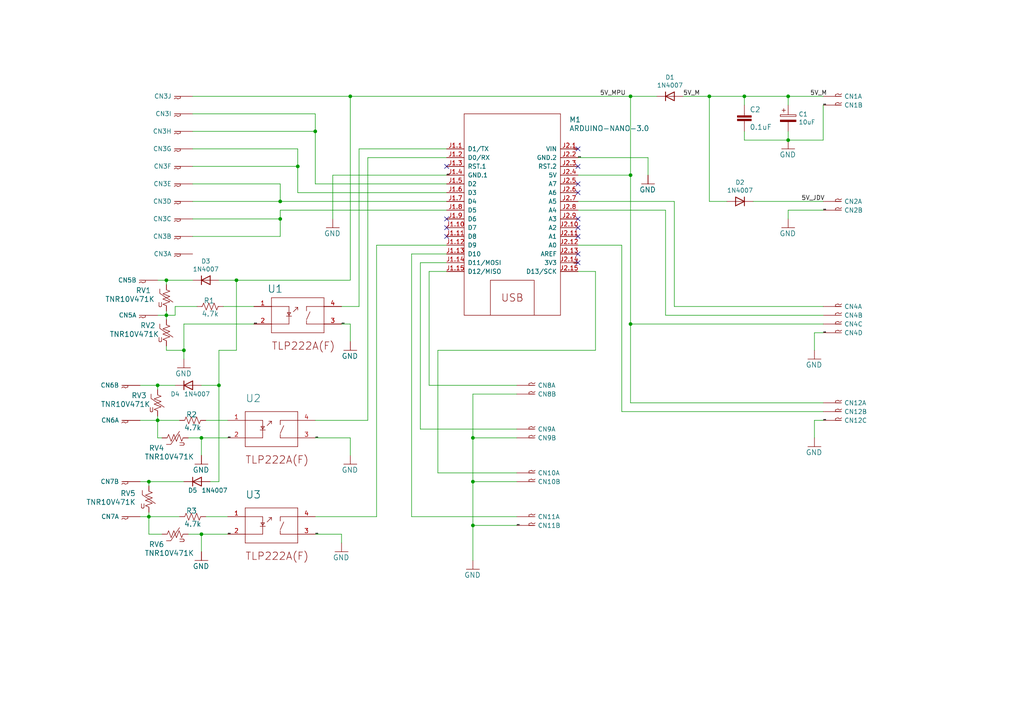
<source format=kicad_sch>
(kicad_sch (version 20230121) (generator eeschema)
  (paper "A4")
  (title_block (title "M400-K2005111") (date "2020-06-26") (rev "001") (company "HOLLY&Co.,Ltd.") (comment 1 "Designer: Masafumi Horimoto"))
  (lib_symbols
    (symbol "001-eagle-import:02-JST-A" (pin_names (offset 1.016))
      (symbol "02-JST-A_1_0"
        (polyline (pts (xy -1.524 0) (xy -1.524 0.508)))
        (polyline (pts (xy -1.524 0.508) (xy -0.762 0.762)))
        (polyline (pts (xy -0.762 0.762) (xy -0.508 0.508)))
        (polyline (pts (xy -0.508 0.508) (xy 0 0.508)))
        (polyline (pts (xy 0 0.508) (xy 0.254 0.762)))
        (polyline (pts (xy 0.254 0) (xy -1.524 0)))
        (pin passive line (at -5.08 0 0) (length 5.08) (name "1") (number "P$1"))
      )
      (symbol "02-JST-A_2_0"
        (polyline (pts (xy -1.524 0) (xy -1.524 0.508)))
        (polyline (pts (xy -1.524 0.508) (xy -0.762 0.762)))
        (polyline (pts (xy -0.762 0.762) (xy -0.508 0.508)))
        (polyline (pts (xy -0.508 0.508) (xy 0 0.508)))
        (polyline (pts (xy 0 0.508) (xy 0.254 0.762)))
        (polyline (pts (xy 0.254 0) (xy -1.524 0)))
        (pin passive line (at -5.08 0 0) (length 5.08) (name "1") (number "P$2"))
      )
    )
    (symbol "001-eagle-import:03-JST-A" (pin_names (offset 1.016))
      (symbol "03-JST-A_1_0"
        (polyline (pts (xy -1.524 0) (xy -1.524 0.508)))
        (polyline (pts (xy -1.524 0.508) (xy -0.762 0.762)))
        (polyline (pts (xy -0.762 0.762) (xy -0.508 0.508)))
        (polyline (pts (xy -0.508 0.508) (xy 0 0.508)))
        (polyline (pts (xy 0 0.508) (xy 0.254 0.762)))
        (polyline (pts (xy 0.254 0) (xy -1.524 0)))
        (pin passive line (at -5.08 0 0) (length 5.08) (name "1") (number "P$1"))
      )
      (symbol "03-JST-A_2_0"
        (polyline (pts (xy -1.524 0) (xy -1.524 0.508)))
        (polyline (pts (xy -1.524 0.508) (xy -0.762 0.762)))
        (polyline (pts (xy -0.762 0.762) (xy -0.508 0.508)))
        (polyline (pts (xy -0.508 0.508) (xy 0 0.508)))
        (polyline (pts (xy 0 0.508) (xy 0.254 0.762)))
        (polyline (pts (xy 0.254 0) (xy -1.524 0)))
        (pin passive line (at -5.08 0 0) (length 5.08) (name "1") (number "P$2"))
      )
      (symbol "03-JST-A_3_0"
        (polyline (pts (xy -1.524 0) (xy -1.524 0.508)))
        (polyline (pts (xy -1.524 0.508) (xy -0.762 0.762)))
        (polyline (pts (xy -0.762 0.762) (xy -0.508 0.508)))
        (polyline (pts (xy -0.508 0.508) (xy 0 0.508)))
        (polyline (pts (xy 0 0.508) (xy 0.254 0.762)))
        (polyline (pts (xy 0.254 0) (xy -1.524 0)))
        (pin passive line (at -5.08 0 0) (length 5.08) (name "1") (number "P$3"))
      )
    )
    (symbol "001-eagle-import:04-JST-A" (pin_names (offset 1.016))
      (symbol "04-JST-A_1_0"
        (polyline (pts (xy -1.524 0) (xy -1.524 0.508)))
        (polyline (pts (xy -1.524 0.508) (xy -0.762 0.762)))
        (polyline (pts (xy -0.762 0.762) (xy -0.508 0.508)))
        (polyline (pts (xy -0.508 0.508) (xy 0 0.508)))
        (polyline (pts (xy 0 0.508) (xy 0.254 0.762)))
        (polyline (pts (xy 0.254 0) (xy -1.524 0)))
        (pin passive line (at -5.08 0 0) (length 5.08) (name "1") (number "P$1"))
      )
      (symbol "04-JST-A_2_0"
        (polyline (pts (xy -1.524 0) (xy -1.524 0.508)))
        (polyline (pts (xy -1.524 0.508) (xy -0.762 0.762)))
        (polyline (pts (xy -0.762 0.762) (xy -0.508 0.508)))
        (polyline (pts (xy -0.508 0.508) (xy 0 0.508)))
        (polyline (pts (xy 0 0.508) (xy 0.254 0.762)))
        (polyline (pts (xy 0.254 0) (xy -1.524 0)))
        (pin passive line (at -5.08 0 0) (length 5.08) (name "1") (number "P$2"))
      )
      (symbol "04-JST-A_3_0"
        (polyline (pts (xy -1.524 0) (xy -1.524 0.508)))
        (polyline (pts (xy -1.524 0.508) (xy -0.762 0.762)))
        (polyline (pts (xy -0.762 0.762) (xy -0.508 0.508)))
        (polyline (pts (xy -0.508 0.508) (xy 0 0.508)))
        (polyline (pts (xy 0 0.508) (xy 0.254 0.762)))
        (polyline (pts (xy 0.254 0) (xy -1.524 0)))
        (pin passive line (at -5.08 0 0) (length 5.08) (name "1") (number "P$3"))
      )
      (symbol "04-JST-A_4_0"
        (polyline (pts (xy -1.524 0) (xy -1.524 0.508)))
        (polyline (pts (xy -1.524 0.508) (xy -0.762 0.762)))
        (polyline (pts (xy -0.762 0.762) (xy -0.508 0.508)))
        (polyline (pts (xy -0.508 0.508) (xy 0 0.508)))
        (polyline (pts (xy 0 0.508) (xy 0.254 0.762)))
        (polyline (pts (xy 0.254 0) (xy -1.524 0)))
        (pin passive line (at -5.08 0 0) (length 5.08) (name "1") (number "P$4"))
      )
    )
    (symbol "001-eagle-import:10-JST-A" (pin_names (offset 1.016))
      (symbol "10-JST-A_1_0"
        (polyline (pts (xy -1.524 0) (xy -1.524 0.508)))
        (polyline (pts (xy -1.524 0.508) (xy -0.762 0.762)))
        (polyline (pts (xy -0.762 0.762) (xy -0.508 0.508)))
        (polyline (pts (xy -0.508 0.508) (xy 0 0.508)))
        (polyline (pts (xy 0 0.508) (xy 0.254 0.762)))
        (polyline (pts (xy 0.254 0) (xy -1.524 0)))
        (pin passive line (at -5.08 0 0) (length 5.08) (name "1") (number "P$1"))
      )
      (symbol "10-JST-A_2_0"
        (polyline (pts (xy -1.524 0) (xy -1.524 0.508)))
        (polyline (pts (xy -1.524 0.508) (xy -0.762 0.762)))
        (polyline (pts (xy -0.762 0.762) (xy -0.508 0.508)))
        (polyline (pts (xy -0.508 0.508) (xy 0 0.508)))
        (polyline (pts (xy 0 0.508) (xy 0.254 0.762)))
        (polyline (pts (xy 0.254 0) (xy -1.524 0)))
        (pin passive line (at -5.08 0 0) (length 5.08) (name "1") (number "P$2"))
      )
      (symbol "10-JST-A_3_0"
        (polyline (pts (xy -1.524 0) (xy -1.524 0.508)))
        (polyline (pts (xy -1.524 0.508) (xy -0.762 0.762)))
        (polyline (pts (xy -0.762 0.762) (xy -0.508 0.508)))
        (polyline (pts (xy -0.508 0.508) (xy 0 0.508)))
        (polyline (pts (xy 0 0.508) (xy 0.254 0.762)))
        (polyline (pts (xy 0.254 0) (xy -1.524 0)))
        (pin passive line (at -5.08 0 0) (length 5.08) (name "1") (number "P$3"))
      )
      (symbol "10-JST-A_4_0"
        (polyline (pts (xy -1.524 0) (xy -1.524 0.508)))
        (polyline (pts (xy -1.524 0.508) (xy -0.762 0.762)))
        (polyline (pts (xy -0.762 0.762) (xy -0.508 0.508)))
        (polyline (pts (xy -0.508 0.508) (xy 0 0.508)))
        (polyline (pts (xy 0 0.508) (xy 0.254 0.762)))
        (polyline (pts (xy 0.254 0) (xy -1.524 0)))
        (pin passive line (at -5.08 0 0) (length 5.08) (name "1") (number "P$4"))
      )
      (symbol "10-JST-A_5_0"
        (polyline (pts (xy -1.524 0) (xy -1.524 0.508)))
        (polyline (pts (xy -1.524 0.508) (xy -0.762 0.762)))
        (polyline (pts (xy -0.762 0.762) (xy -0.508 0.508)))
        (polyline (pts (xy -0.508 0.508) (xy 0 0.508)))
        (polyline (pts (xy 0 0.508) (xy 0.254 0.762)))
        (polyline (pts (xy 0.254 0) (xy -1.524 0)))
        (pin passive line (at -5.08 0 0) (length 5.08) (name "1") (number "P$5"))
      )
      (symbol "10-JST-A_6_0"
        (polyline (pts (xy -1.524 0) (xy -1.524 0.508)))
        (polyline (pts (xy -1.524 0.508) (xy -0.762 0.762)))
        (polyline (pts (xy -0.762 0.762) (xy -0.508 0.508)))
        (polyline (pts (xy -0.508 0.508) (xy 0 0.508)))
        (polyline (pts (xy 0 0.508) (xy 0.254 0.762)))
        (polyline (pts (xy 0.254 0) (xy -1.524 0)))
        (pin passive line (at -5.08 0 0) (length 5.08) (name "1") (number "P$6"))
      )
      (symbol "10-JST-A_7_0"
        (polyline (pts (xy -1.524 0) (xy -1.524 0.508)))
        (polyline (pts (xy -1.524 0.508) (xy -0.762 0.762)))
        (polyline (pts (xy -0.762 0.762) (xy -0.508 0.508)))
        (polyline (pts (xy -0.508 0.508) (xy 0 0.508)))
        (polyline (pts (xy 0 0.508) (xy 0.254 0.762)))
        (polyline (pts (xy 0.254 0) (xy -1.524 0)))
        (pin passive line (at -5.08 0 0) (length 5.08) (name "1") (number "P$7"))
      )
      (symbol "10-JST-A_8_0"
        (polyline (pts (xy -1.524 0) (xy -1.524 0.508)))
        (polyline (pts (xy -1.524 0.508) (xy -0.762 0.762)))
        (polyline (pts (xy -0.762 0.762) (xy -0.508 0.508)))
        (polyline (pts (xy -0.508 0.508) (xy 0 0.508)))
        (polyline (pts (xy 0 0.508) (xy 0.254 0.762)))
        (polyline (pts (xy 0.254 0) (xy -1.524 0)))
        (pin passive line (at -5.08 0 0) (length 5.08) (name "1") (number "P$8"))
      )
      (symbol "10-JST-A_9_0"
        (polyline (pts (xy -1.524 0) (xy -1.524 0.508)))
        (polyline (pts (xy -1.524 0.508) (xy -0.762 0.762)))
        (polyline (pts (xy -0.762 0.762) (xy -0.508 0.508)))
        (polyline (pts (xy -0.508 0.508) (xy 0 0.508)))
        (polyline (pts (xy 0 0.508) (xy 0.254 0.762)))
        (polyline (pts (xy 0.254 0) (xy -1.524 0)))
        (pin passive line (at -5.08 0 0) (length 5.08) (name "1") (number "P$9"))
      )
      (symbol "10-JST-A_10_0"
        (polyline (pts (xy -1.524 0) (xy -1.524 0.508)))
        (polyline (pts (xy -1.524 0.508) (xy -0.762 0.762)))
        (polyline (pts (xy -0.762 0.762) (xy -0.508 0.508)))
        (polyline (pts (xy -0.508 0.508) (xy 0 0.508)))
        (polyline (pts (xy 0 0.508) (xy 0.254 0.762)))
        (polyline (pts (xy 0.254 0) (xy -1.524 0)))
        (pin passive line (at -5.08 0 0) (length 5.08) (name "1") (number "P$10"))
      )
    )
    (symbol "001-eagle-import:ARDUINO-NANO-3.0" (pin_names (offset 1.016))
      (property "Reference" "M" (at 15.24 25.4 0))
      (property "Value" "ARDUINO-NANO-3.0" (at 15.24 22.86 0))
      (symbol "ARDUINO-NANO-3.0_1_0"
        (polyline (pts (xy -15.24 -30.48) (xy -15.24 27.94)))
        (polyline (pts (xy -15.24 27.94) (xy 12.7 27.94)))
        (polyline (pts (xy -7.62 -30.48) (xy -15.24 -30.48)))
        (polyline (pts (xy -7.62 -30.48) (xy -7.62 -20.32)))
        (polyline (pts (xy -7.62 -20.32) (xy 5.08 -20.32)))
        (polyline (pts (xy 5.08 -30.48) (xy -7.62 -30.48)))
        (polyline (pts (xy 5.08 -20.32) (xy 5.08 -30.48)))
        (polyline (pts (xy 12.7 -30.48) (xy 5.08 -30.48)))
        (polyline (pts (xy 12.7 27.94) (xy 12.7 -30.48)))
        (text "USB" (at -1.27 -25.4 0) (effects (font (size 2.159 2.159))))
        (pin bidirectional line (at -20.32 17.78 0) (length 5.08) (name "D1/TX") (number "J1.1"))
        (pin bidirectional line (at -20.32 -5.08 0) (length 5.08) (name "D7") (number "J1.10"))
        (pin bidirectional line (at -20.32 -7.62 0) (length 5.08) (name "D8") (number "J1.11"))
        (pin bidirectional line (at -20.32 -10.16 0) (length 5.08) (name "D9") (number "J1.12"))
        (pin bidirectional line (at -20.32 -12.7 0) (length 5.08) (name "D10") (number "J1.13"))
        (pin bidirectional line (at -20.32 -15.24 0) (length 5.08) (name "D11/MOSI") (number "J1.14"))
        (pin bidirectional line (at -20.32 -17.78 0) (length 5.08) (name "D12/MISO") (number "J1.15"))
        (pin bidirectional line (at -20.32 15.24 0) (length 5.08) (name "D0/RX") (number "J1.2"))
        (pin bidirectional line (at -20.32 12.7 0) (length 5.08) (name "RST.1") (number "J1.3"))
        (pin power_in line (at -20.32 10.16 0) (length 5.08) (name "GND.1") (number "J1.4"))
        (pin bidirectional line (at -20.32 7.62 0) (length 5.08) (name "D2") (number "J1.5"))
        (pin bidirectional line (at -20.32 5.08 0) (length 5.08) (name "D3") (number "J1.6"))
        (pin bidirectional line (at -20.32 2.54 0) (length 5.08) (name "D4") (number "J1.7"))
        (pin bidirectional line (at -20.32 0 0) (length 5.08) (name "D5") (number "J1.8"))
        (pin bidirectional line (at -20.32 -2.54 0) (length 5.08) (name "D6") (number "J1.9"))
        (pin power_in line (at 17.78 17.78 180) (length 5.08) (name "VIN") (number "J2.1"))
        (pin bidirectional line (at 17.78 -5.08 180) (length 5.08) (name "A2") (number "J2.10"))
        (pin bidirectional line (at 17.78 -7.62 180) (length 5.08) (name "A1") (number "J2.11"))
        (pin bidirectional line (at 17.78 -10.16 180) (length 5.08) (name "A0") (number "J2.12"))
        (pin bidirectional line (at 17.78 -12.7 180) (length 5.08) (name "AREF") (number "J2.13"))
        (pin power_in line (at 17.78 -15.24 180) (length 5.08) (name "3V3") (number "J2.14"))
        (pin bidirectional line (at 17.78 -17.78 180) (length 5.08) (name "D13/SCK") (number "J2.15"))
        (pin power_in line (at 17.78 15.24 180) (length 5.08) (name "GND.2") (number "J2.2"))
        (pin bidirectional line (at 17.78 12.7 180) (length 5.08) (name "RST.2") (number "J2.3"))
        (pin power_in line (at 17.78 10.16 180) (length 5.08) (name "5V") (number "J2.4"))
        (pin bidirectional line (at 17.78 7.62 180) (length 5.08) (name "A7") (number "J2.5"))
        (pin bidirectional line (at 17.78 5.08 180) (length 5.08) (name "A6") (number "J2.6"))
        (pin bidirectional line (at 17.78 2.54 180) (length 5.08) (name "A5") (number "J2.7"))
        (pin bidirectional line (at 17.78 0 180) (length 5.08) (name "A4") (number "J2.8"))
        (pin bidirectional line (at 17.78 -2.54 180) (length 5.08) (name "A3") (number "J2.9"))
      )
    )
    (symbol "001-eagle-import:C-EU025-025X050" (pin_names (offset 1.016))
      (property "Reference" "C" (at 1.524 0.381 0))
      (property "Value" "C-EU025-025X050" (at 1.524 -4.699 0))
      (symbol "C-EU025-025X050_1_0"
        (rectangle (start -2.032 -2.032) (end 2.032 -1.524) (fill (type outline)))
        (rectangle (start -2.032 -1.016) (end 2.032 -0.508) (fill (type outline)))
        (polyline (pts (xy 0 -2.54) (xy 0 -2.032)))
        (polyline (pts (xy 0 0) (xy 0 -0.508)))
        (pin passive line (at 0 2.54 270) (length 2.54) (name "1") (number "1"))
        (pin passive line (at 0 -5.08 90) (length 2.54) (name "2") (number "2"))
      )
    )
    (symbol "001-eagle-import:GND" (power) (pin_names (offset 1.016))
      (property "Value" "GND" (at -2.54 -2.54 0))
      (symbol "GND_1_0"
        (polyline (pts (xy -1.905 0) (xy 1.905 0)))
        (pin power_in line (at 0 2.54 270) (length 2.54) (name "GND") (number "1"))
      )
    )
    (symbol "001-eagle-import:TOSHIBA_TLP222A_F_SIMPLE" (pin_names (offset 1.016))
      (symbol "TOSHIBA_TLP222A_F_SIMPLE_1_0"
        (polyline (pts (xy -17.78 -12.7) (xy -17.78 -2.54)))
        (polyline (pts (xy -17.78 -2.54) (xy -2.54 -2.54)))
        (polyline (pts (xy -13.462 -7.874) (xy -11.938 -7.874)))
        (polyline (pts (xy -13.208 -6.858) (xy -12.7 -7.62)))
        (polyline (pts (xy -12.7 -10.16) (xy -17.78 -10.16)))
        (polyline (pts (xy -12.7 -7.62) (xy -12.192 -6.858)))
        (polyline (pts (xy -12.7 -5.08) (xy -17.78 -5.08)))
        (polyline (pts (xy -12.7 -5.08) (xy -12.7 -10.16)))
        (polyline (pts (xy -12.192 -6.858) (xy -13.208 -6.858)))
        (polyline (pts (xy -11.43 -6.604) (xy -10.16 -5.334)))
        (polyline (pts (xy -10.16 -5.334) (xy -10.922 -5.334)))
        (polyline (pts (xy -10.16 -5.334) (xy -10.16 -6.096)))
        (polyline (pts (xy -7.62 -10.16) (xy -2.54 -10.16)))
        (polyline (pts (xy -7.62 -9.144) (xy -7.62 -10.16)))
        (polyline (pts (xy -7.62 -5.08) (xy -7.62 -6.35)))
        (polyline (pts (xy -7.62 -5.08) (xy -2.54 -5.08)))
        (polyline (pts (xy -6.604 -6.604) (xy -7.62 -8.89)))
        (polyline (pts (xy -2.54 -12.7) (xy -17.78 -12.7)))
        (polyline (pts (xy -2.54 -5.08) (xy -2.54 -12.7)))
        (polyline (pts (xy -2.54 -2.54) (xy -2.54 -5.08)))
        (text "TLP222A(F)" (at -17.78 -15.24 0) (effects (font (size 2.159 2.159)) (justify left top)))
        (pin bidirectional line (at -22.86 -5.08 0) (length 5.08) (name "ANODE") (number "1"))
        (pin bidirectional line (at -22.86 -10.16 0) (length 5.08) (name "CATHODE") (number "2"))
        (pin bidirectional line (at 2.54 -10.16 180) (length 5.08) (name "1_DRAIN") (number "3"))
        (pin bidirectional line (at 2.54 -5.08 180) (length 5.08) (name "2_DRAIN") (number "4"))
      )
    )
    (symbol "001-rescue:CP-Device" (pin_numbers hide) (pin_names (offset 0.254))
      (property "Reference" "C" (at 0.635 2.54 0))
      (property "Value" "Device_CP" (at 0.635 -2.54 0))
      (symbol "CP-Device_0_1"
        (rectangle (start -2.286 0.508) (end 2.286 1.016))
        (polyline (pts (xy -1.778 2.286) (xy -0.762 2.286)))
        (polyline (pts (xy -1.27 2.794) (xy -1.27 1.778)))
        (rectangle (start 2.286 -0.508) (end -2.286 -1.016) (fill (type outline)))
      )
      (symbol "CP-Device_1_1"
        (pin passive line (at 0 3.81 270) (length 2.794) (name "~") (number "1"))
        (pin passive line (at 0 -3.81 90) (length 2.794) (name "~") (number "2"))
      )
    )
    (symbol "Device:R_US" (pin_numbers hide) (pin_names (offset 0))
      (property "Reference" "R" (at 2.54 0 90))
      (property "Value" "R_US" (at -2.54 0 90))
      (symbol "R_US_0_1"
        (polyline (pts (xy 0 -2.286) (xy 0 -2.54)))
        (polyline (pts (xy 0 2.286) (xy 0 2.54)))
        (polyline (pts (xy 0 -0.762) (xy 1.016 -1.143) (xy 0 -1.524) (xy -1.016 -1.905) (xy 0 -2.286)))
        (polyline (pts (xy 0 0.762) (xy 1.016 0.381) (xy 0 0) (xy -1.016 -0.381) (xy 0 -0.762)))
        (polyline (pts (xy 0 2.286) (xy 1.016 1.905) (xy 0 1.524) (xy -1.016 1.143) (xy 0 0.762)))
      )
      (symbol "R_US_1_1"
        (pin passive line (at 0 3.81 270) (length 1.27) (name "~") (number "1"))
        (pin passive line (at 0 -3.81 90) (length 1.27) (name "~") (number "2"))
      )
    )
    (symbol "Device:Varistor_US" (pin_numbers hide) (pin_names (offset 0))
      (property "Reference" "RV" (at 3.175 0 90))
      (property "Value" "Varistor_US" (at -3.175 0 90))
      (symbol "Varistor_US_0_0"
        (text "U" (at -1.778 -2.032 0) (effects (font (size 1.27 1.27))))
      )
      (symbol "Varistor_US_0_1"
        (polyline (pts (xy 0 -2.286) (xy 0 -2.54)))
        (polyline (pts (xy 0 2.286) (xy 0 2.54)))
        (polyline (pts (xy -1.905 2.54) (xy -1.905 1.27) (xy 1.905 -1.27)))
        (polyline (pts (xy 0 -0.762) (xy 1.016 -1.143) (xy 0 -1.524) (xy -1.016 -1.905) (xy 0 -2.286)))
        (polyline (pts (xy 0 0.762) (xy 1.016 0.381) (xy 0 0) (xy -1.016 -0.381) (xy 0 -0.762)))
        (polyline (pts (xy 0 2.286) (xy 1.016 1.905) (xy 0 1.524) (xy -1.016 1.143) (xy 0 0.762)))
      )
      (symbol "Varistor_US_1_1"
        (pin passive line (at 0 3.81 270) (length 1.27) (name "~") (number "1"))
        (pin passive line (at 0 -3.81 90) (length 1.27) (name "~") (number "2"))
      )
    )
    (symbol "Diode:1N4007" (pin_numbers hide) (pin_names hide)
      (property "Reference" "D" (at 0 2.54 0))
      (property "Value" "1N4007" (at 0 -2.54 0))
      (symbol "1N4007_0_1"
        (polyline (pts (xy -1.27 1.27) (xy -1.27 -1.27)) (stroke (width 0.254)))
        (polyline (pts (xy 1.27 0) (xy -1.27 0)))
        (polyline (pts (xy 1.27 1.27) (xy 1.27 -1.27) (xy -1.27 0) (xy 1.27 1.27)) (stroke (width 0.254)))
      )
      (symbol "1N4007_1_1"
        (pin passive line (at -3.81 0 0) (length 2.54) (name "K") (number "1"))
        (pin passive line (at 3.81 0 180) (length 2.54) (name "A") (number "2"))
      )
    )
  )
  (junction (at 205.74 27.94))
  (junction (at 43.18 139.7))
  (junction (at 91.44 38.1))
  (junction (at 182.88 93.98))
  (junction (at 101.6 27.94))
  (junction (at 68.58 81.28))
  (junction (at 182.88 50.8))
  (junction (at 81.28 63.5))
  (junction (at 86.36 48.26))
  (junction (at 43.18 149.86))
  (junction (at 215.9 27.94))
  (junction (at 58.42 127))
  (junction (at 228.6 27.94))
  (junction (at 58.42 154.94))
  (junction (at 182.88 27.94))
  (junction (at 45.72 111.76))
  (junction (at 48.26 81.28))
  (junction (at 81.28 58.42))
  (junction (at 228.6 40.64))
  (junction (at 53.34 101.6))
  (junction (at 137.16 127))
  (junction (at 63.5 111.76))
  (junction (at 48.26 91.44))
  (junction (at 45.72 121.92))
  (junction (at 137.16 152.4))
  (junction (at 137.16 139.7))
  (no_connect (at 129.54 68.58))
  (no_connect (at 129.54 66.04))
  (no_connect (at 167.64 43.18))
  (no_connect (at 167.64 66.04))
  (no_connect (at 167.64 53.34))
  (no_connect (at 167.64 76.2))
  (no_connect (at 129.54 63.5))
  (no_connect (at 167.64 48.26))
  (no_connect (at 167.64 55.88))
  (no_connect (at 129.54 48.26))
  (no_connect (at 167.64 73.66))
  (no_connect (at 167.64 68.58))
  (no_connect (at 167.64 63.5))
  (wire (pts (xy 215.9 30.48) (xy 215.9 27.94)))
  (wire (pts (xy 55.88 58.42) (xy 81.28 58.42)))
  (wire (pts (xy 48.26 100.33) (xy 48.26 101.6)))
  (wire (pts (xy 238.76 93.98) (xy 182.88 93.98)))
  (wire (pts (xy 205.74 27.94) (xy 215.9 27.94)))
  (wire (pts (xy 215.9 27.94) (xy 228.6 27.94)))
  (wire (pts (xy 121.92 124.46) (xy 149.86 124.46)))
  (wire (pts (xy 68.58 101.6) (xy 68.58 81.28)))
  (wire (pts (xy 81.28 60.96) (xy 129.54 60.96)))
  (wire (pts (xy 119.38 73.66) (xy 119.38 149.86)))
  (wire (pts (xy 91.44 38.1) (xy 91.44 53.34)))
  (wire (pts (xy 215.9 40.64) (xy 228.6 40.64)))
  (wire (pts (xy 60.96 139.7) (xy 63.5 139.7)))
  (wire (pts (xy 228.6 30.48) (xy 228.6 27.94)))
  (wire (pts (xy 127 101.6) (xy 127 137.16)))
  (wire (pts (xy 99.06 93.98) (xy 101.6 93.98)))
  (wire (pts (xy 96.52 50.8) (xy 96.52 63.5)))
  (wire (pts (xy 228.6 38.1) (xy 228.6 40.64)))
  (wire (pts (xy 55.88 68.58) (xy 81.28 68.58)))
  (wire (pts (xy 45.72 81.28) (xy 48.26 81.28)))
  (wire (pts (xy 205.74 27.94) (xy 205.74 58.42)))
  (wire (pts (xy 45.72 127) (xy 45.72 121.92)))
  (wire (pts (xy 182.88 50.8) (xy 167.64 50.8)))
  (wire (pts (xy 195.58 58.42) (xy 195.58 88.9)))
  (wire (pts (xy 81.28 53.34) (xy 81.28 58.42)))
  (wire (pts (xy 198.12 27.94) (xy 205.74 27.94)))
  (wire (pts (xy 55.88 48.26) (xy 86.36 48.26)))
  (wire (pts (xy 109.22 149.86) (xy 91.44 149.86)))
  (wire (pts (xy 45.72 111.76) (xy 50.8 111.76)))
  (wire (pts (xy 55.88 53.34) (xy 81.28 53.34)))
  (wire (pts (xy 149.86 139.7) (xy 137.16 139.7)))
  (wire (pts (xy 57.15 88.9) (xy 50.8 88.9)))
  (wire (pts (xy 137.16 152.4) (xy 137.16 162.56)))
  (wire (pts (xy 193.04 60.96) (xy 193.04 91.44)))
  (wire (pts (xy 45.72 120.65) (xy 45.72 121.92)))
  (wire (pts (xy 101.6 27.94) (xy 182.88 27.94)))
  (wire (pts (xy 53.34 93.98) (xy 53.34 101.6)))
  (wire (pts (xy 55.88 33.02) (xy 91.44 33.02)))
  (wire (pts (xy 182.88 27.94) (xy 182.88 50.8)))
  (wire (pts (xy 55.88 27.94) (xy 101.6 27.94)))
  (wire (pts (xy 167.64 60.96) (xy 193.04 60.96)))
  (wire (pts (xy 121.92 76.2) (xy 121.92 124.46)))
  (wire (pts (xy 91.44 121.92) (xy 106.68 121.92)))
  (wire (pts (xy 99.06 154.94) (xy 99.06 157.48)))
  (wire (pts (xy 129.54 78.74) (xy 124.46 78.74)))
  (wire (pts (xy 129.54 73.66) (xy 119.38 73.66)))
  (wire (pts (xy 91.44 33.02) (xy 91.44 38.1)))
  (wire (pts (xy 43.18 148.59) (xy 43.18 149.86)))
  (wire (pts (xy 86.36 55.88) (xy 129.54 55.88)))
  (wire (pts (xy 149.86 152.4) (xy 137.16 152.4)))
  (wire (pts (xy 48.26 91.44) (xy 48.26 90.17)))
  (wire (pts (xy 172.72 101.6) (xy 127 101.6)))
  (wire (pts (xy 63.5 101.6) (xy 68.58 101.6)))
  (wire (pts (xy 50.8 88.9) (xy 50.8 91.44)))
  (wire (pts (xy 48.26 81.28) (xy 55.88 81.28)))
  (wire (pts (xy 53.34 101.6) (xy 53.34 104.14)))
  (wire (pts (xy 63.5 139.7) (xy 63.5 111.76)))
  (wire (pts (xy 86.36 43.18) (xy 86.36 48.26)))
  (wire (pts (xy 167.64 45.72) (xy 187.96 45.72)))
  (wire (pts (xy 66.04 121.92) (xy 59.69 121.92)))
  (wire (pts (xy 91.44 154.94) (xy 99.06 154.94)))
  (wire (pts (xy 91.44 53.34) (xy 129.54 53.34)))
  (wire (pts (xy 137.16 139.7) (xy 137.16 152.4)))
  (wire (pts (xy 106.68 45.72) (xy 129.54 45.72)))
  (wire (pts (xy 66.04 149.86) (xy 59.69 149.86)))
  (wire (pts (xy 101.6 127) (xy 101.6 132.08)))
  (wire (pts (xy 101.6 93.98) (xy 101.6 99.06)))
  (wire (pts (xy 167.64 58.42) (xy 195.58 58.42)))
  (wire (pts (xy 40.64 121.92) (xy 45.72 121.92)))
  (wire (pts (xy 43.18 149.86) (xy 52.07 149.86)))
  (wire (pts (xy 218.44 58.42) (xy 238.76 58.42)))
  (wire (pts (xy 236.22 96.52) (xy 236.22 101.6)))
  (wire (pts (xy 236.22 121.92) (xy 236.22 127)))
  (wire (pts (xy 109.22 71.12) (xy 109.22 149.86)))
  (wire (pts (xy 228.6 60.96) (xy 228.6 63.5)))
  (wire (pts (xy 54.61 127) (xy 58.42 127)))
  (wire (pts (xy 45.72 113.03) (xy 45.72 111.76)))
  (wire (pts (xy 238.76 96.52) (xy 236.22 96.52)))
  (wire (pts (xy 238.76 121.92) (xy 236.22 121.92)))
  (wire (pts (xy 205.74 58.42) (xy 210.82 58.42)))
  (wire (pts (xy 119.38 149.86) (xy 149.86 149.86)))
  (wire (pts (xy 149.86 114.3) (xy 137.16 114.3)))
  (wire (pts (xy 149.86 127) (xy 137.16 127)))
  (wire (pts (xy 58.42 111.76) (xy 63.5 111.76)))
  (wire (pts (xy 81.28 68.58) (xy 81.28 63.5)))
  (wire (pts (xy 137.16 114.3) (xy 137.16 127)))
  (wire (pts (xy 64.77 88.9) (xy 73.66 88.9)))
  (wire (pts (xy 66.04 127) (xy 58.42 127)))
  (wire (pts (xy 124.46 111.76) (xy 149.86 111.76)))
  (wire (pts (xy 104.14 43.18) (xy 104.14 88.9)))
  (wire (pts (xy 46.99 127) (xy 45.72 127)))
  (wire (pts (xy 63.5 81.28) (xy 68.58 81.28)))
  (wire (pts (xy 104.14 88.9) (xy 99.06 88.9)))
  (wire (pts (xy 228.6 27.94) (xy 238.76 27.94)))
  (wire (pts (xy 48.26 92.71) (xy 48.26 91.44)))
  (wire (pts (xy 43.18 140.97) (xy 43.18 139.7)))
  (wire (pts (xy 182.88 116.84) (xy 182.88 93.98)))
  (wire (pts (xy 81.28 63.5) (xy 81.28 60.96)))
  (wire (pts (xy 124.46 78.74) (xy 124.46 111.76)))
  (wire (pts (xy 48.26 82.55) (xy 48.26 81.28)))
  (wire (pts (xy 127 137.16) (xy 149.86 137.16)))
  (wire (pts (xy 215.9 38.1) (xy 215.9 40.64)))
  (wire (pts (xy 180.34 119.38) (xy 238.76 119.38)))
  (wire (pts (xy 45.72 121.92) (xy 52.07 121.92)))
  (wire (pts (xy 129.54 43.18) (xy 104.14 43.18)))
  (wire (pts (xy 86.36 48.26) (xy 86.36 55.88)))
  (wire (pts (xy 238.76 116.84) (xy 182.88 116.84)))
  (wire (pts (xy 43.18 139.7) (xy 53.34 139.7)))
  (wire (pts (xy 63.5 101.6) (xy 63.5 111.76)))
  (wire (pts (xy 58.42 154.94) (xy 58.42 160.02)))
  (wire (pts (xy 167.64 78.74) (xy 172.72 78.74)))
  (wire (pts (xy 193.04 91.44) (xy 238.76 91.44)))
  (wire (pts (xy 167.64 71.12) (xy 180.34 71.12)))
  (wire (pts (xy 182.88 93.98) (xy 182.88 50.8)))
  (wire (pts (xy 137.16 127) (xy 137.16 139.7)))
  (wire (pts (xy 48.26 91.44) (xy 45.72 91.44)))
  (wire (pts (xy 55.88 43.18) (xy 86.36 43.18)))
  (wire (pts (xy 48.26 101.6) (xy 53.34 101.6)))
  (wire (pts (xy 68.58 81.28) (xy 101.6 81.28)))
  (wire (pts (xy 172.72 78.74) (xy 172.72 101.6)))
  (wire (pts (xy 46.99 154.94) (xy 43.18 154.94)))
  (wire (pts (xy 91.44 127) (xy 101.6 127)))
  (wire (pts (xy 40.64 139.7) (xy 43.18 139.7)))
  (wire (pts (xy 43.18 154.94) (xy 43.18 149.86)))
  (wire (pts (xy 73.66 93.98) (xy 53.34 93.98)))
  (wire (pts (xy 238.76 30.48) (xy 238.76 40.64)))
  (wire (pts (xy 101.6 81.28) (xy 101.6 27.94)))
  (wire (pts (xy 55.88 63.5) (xy 81.28 63.5)))
  (wire (pts (xy 81.28 58.42) (xy 129.54 58.42)))
  (wire (pts (xy 238.76 60.96) (xy 228.6 60.96)))
  (wire (pts (xy 66.04 154.94) (xy 58.42 154.94)))
  (wire (pts (xy 106.68 121.92) (xy 106.68 45.72)))
  (wire (pts (xy 190.5 27.94) (xy 182.88 27.94)))
  (wire (pts (xy 40.64 149.86) (xy 43.18 149.86)))
  (wire (pts (xy 129.54 50.8) (xy 96.52 50.8)))
  (wire (pts (xy 195.58 88.9) (xy 238.76 88.9)))
  (wire (pts (xy 55.88 38.1) (xy 91.44 38.1)))
  (wire (pts (xy 180.34 71.12) (xy 180.34 119.38)))
  (wire (pts (xy 58.42 127) (xy 58.42 132.08)))
  (wire (pts (xy 54.61 154.94) (xy 58.42 154.94)))
  (wire (pts (xy 238.76 40.64) (xy 228.6 40.64)))
  (wire (pts (xy 129.54 71.12) (xy 109.22 71.12)))
  (wire (pts (xy 187.96 45.72) (xy 187.96 50.8)))
  (wire (pts (xy 129.54 76.2) (xy 121.92 76.2)))
  (wire (pts (xy 40.64 111.76) (xy 45.72 111.76)))
  (wire (pts (xy 50.8 91.44) (xy 48.26 91.44)))
  (label "5V_M" (at 234.95 27.94 0))
  (label "5V_MPU" (at 173.99 27.94 0))
  (label "GND" (at 238.76 96.52 0) (effects (font (size 0.254 0.254))))
  (label "GND" (at 66.04 127 0) (effects (font (size 0.254 0.254))))
  (label "GND" (at 238.76 121.92 0) (effects (font (size 0.254 0.254))))
  (label "5V_JDV" (at 232.41 58.42 0))
  (label "GND" (at 149.86 152.4 0) (effects (font (size 0.254 0.254))))
  (label "GND" (at 238.76 60.96 0) (effects (font (size 0.254 0.254))))
  (label "GND" (at 167.64 45.72 0) (effects (font (size 0.254 0.254))))
  (label "GND" (at 73.66 93.98 0) (effects (font (size 0.254 0.254))))
  (label "GND" (at 129.54 50.8 0) (effects (font (size 0.254 0.254))))
  (label "5V_M" (at 198.12 27.94 0))
  (label "GND" (at 66.04 154.94 0) (effects (font (size 0.254 0.254))))
  (label "GND" (at 99.06 93.98 0) (effects (font (size 0.254 0.254))))
  (label "GND" (at 238.76 30.48 0) (effects (font (size 0.254 0.254))))
  (label "GND" (at 91.44 127 0) (effects (font (size 0.254 0.254))))
  (label "GND" (at 91.44 154.94 0) (effects (font (size 0.254 0.254))))
  (global_label "VIN" (shape bidirectional) (at 167.64 43.18 180) (effects (font (size 0.254 0.254))) (property "Intersheetrefs" "${INTERSHEET_REFS}" (effects hide)))
  (global_label "3V3" (shape bidirectional) (at 167.64 76.2 180) (effects (font (size 0.254 0.254))) (property "Intersheetrefs" "${INTERSHEET_REFS}" (effects hide)))
  (symbol (lib_id "001-eagle-import:TOSHIBA_TLP222A_F_SIMPLE") (at 96.52 83.82 0) (unit 1)
    (property "Reference" "U1" (at 77.47 82.55 0) (effects (font (size 2.159 2.159)) (justify left top)))
    (property "Value" "TOSHIBA_TLP222A" (effects hide))
    (property "Footprint" "001:TOSHIBA_TLP222A_F_0" (effects hide))
  )
  (symbol (lib_id "001-eagle-import:02-JST-A") (at 243.84 30.48 0) (unit 2)
    (property "Reference" "CN1" (at 244.856 31.242 0) (effects (font (size 1.2954 1.2954)) (justify left bottom)))
    (property "Value" "PWR5V" (effects hide))
    (property "Footprint" "001:B02B-XH" (effects hide))
  )
  (symbol (lib_id "001-eagle-import:02-JST-A") (at 243.84 27.94 0) (unit 1)
    (property "Reference" "CN1" (at 244.856 28.702 0) (effects (font (size 1.2954 1.2954)) (justify left bottom)))
    (property "Value" "PWR5V" (effects hide))
    (property "Footprint" "001:B02B-XH" (effects hide))
  )
  (symbol (lib_id "001-eagle-import:GND") (at 228.6 66.04 0) (unit 1)
    (property "Reference" "#GND02" (effects hide))
    (property "Value" "GND" (at 226.06 68.58 0) (effects (font (size 1.4986 1.4986)) (justify left bottom)))
  )
  (symbol (lib_id "001-eagle-import:GND") (at 96.52 66.04 0) (unit 1)
    (property "Reference" "#GND011" (effects hide))
    (property "Value" "GND" (at 93.98 68.58 0) (effects (font (size 1.4986 1.4986)) (justify left bottom)))
  )
  (symbol (lib_id "001-eagle-import:02-JST-A") (at 40.64 81.28 180) (unit 2)
    (property "Reference" "CN5" (at 39.624 80.518 0) (effects (font (size 1.2954 1.2954)) (justify left bottom)))
    (property "Value" "INPUT-A" (effects hide))
    (property "Footprint" "001:B02B-XH" (effects hide))
  )
  (symbol (lib_id "001-eagle-import:02-JST-A") (at 40.64 91.44 180) (unit 1)
    (property "Reference" "CN5" (at 39.624 90.678 0) (effects (font (size 1.2954 1.2954)) (justify left bottom)))
    (property "Value" "INPUT-A" (effects hide))
    (property "Footprint" "001:B02B-XH" (effects hide))
  )
  (symbol (lib_id "Device:Varistor_US") (at 45.72 116.84 0) (unit 1)
    (property "Reference" "RV3" (at 38.1 115.57 0) (effects (font (size 1.4986 1.4986)) (justify left bottom)))
    (property "Value" "TNR10V471K" (at 29.21 118.11 0) (effects (font (size 1.4986 1.4986)) (justify left bottom)))
    (property "Footprint" "varistor:RV_Disc_D12mm_W3.9mm_P7.5mm" (effects hide))
  )
  (symbol (lib_id "Device:R_US") (at 55.88 149.86 90) (unit 1)
    (property "Reference" "R3" (at 57.15 147.32 90) (effects (font (size 1.4986 1.4986)) (justify left bottom)))
    (property "Value" "4.7k" (at 58.42 151.13 90) (effects (font (size 1.4986 1.4986)) (justify left bottom)))
    (property "Footprint" "R:R_Axial_DIN0207_L6.3mm_D2.5mm_P10.16mm_Horizontal" (effects hide))
  )
  (symbol (lib_id "001-eagle-import:02-JST-A") (at 154.94 124.46 0) (unit 1)
    (property "Reference" "CN9" (at 155.956 125.222 0) (effects (font (size 1.2954 1.2954)) (justify left bottom)))
    (property "Value" "BTN-B" (effects hide))
    (property "Footprint" "001:B02B-XH" (effects hide))
  )
  (symbol (lib_id "001-eagle-import:02-JST-A") (at 154.94 127 0) (unit 2)
    (property "Reference" "CN9" (at 155.956 127.762 0) (effects (font (size 1.2954 1.2954)) (justify left bottom)))
    (property "Value" "BTN-B" (effects hide))
    (property "Footprint" "001:B02B-XH" (effects hide))
  )
  (symbol (lib_id "001-eagle-import:TOSHIBA_TLP222A_F_SIMPLE") (at 88.9 144.78 0) (unit 1)
    (property "Reference" "U3" (at 71.12 142.24 0) (effects (font (size 2.159 2.159)) (justify left top)))
    (property "Value" "TOSHIBA_TLP222A" (effects hide))
    (property "Footprint" "001:TOSHIBA_TLP222A_F_0" (effects hide))
  )
  (symbol (lib_id "Diode:1N4007") (at 194.31 27.94 0) (unit 1)
    (property "Reference" "D1" (at 194.31 22.4282 0))
    (property "Value" "1N4007" (at 194.31 24.7396 0))
    (property "Footprint" "Diode_THT:D_DO-41_SOD81_P10.16mm_Horizontal" (effects hide))
    (property "Datasheet" "http://www.vishay.com/docs/88503/1n4001.pdf" (effects hide))
  )
  (symbol (lib_id "Diode:1N4007") (at 214.63 58.42 180) (unit 1)
    (property "Reference" "D2" (at 214.63 52.9082 0))
    (property "Value" "1N4007" (at 214.63 55.2196 0))
    (property "Footprint" "Diode_THT:D_DO-41_SOD81_P10.16mm_Horizontal" (effects hide))
    (property "Datasheet" "http://www.vishay.com/docs/88503/1n4001.pdf" (effects hide))
  )
  (symbol (lib_id "Diode:1N4007") (at 59.69 81.28 0) (unit 1)
    (property "Reference" "D3" (at 59.69 75.7682 0))
    (property "Value" "1N4007" (at 59.69 78.0796 0))
    (property "Footprint" "Diode_THT:D_DO-41_SOD81_P10.16mm_Horizontal" (effects hide))
    (property "Datasheet" "http://www.vishay.com/docs/88503/1n4001.pdf" (effects hide))
  )
  (symbol (lib_id "Diode:1N4007") (at 54.61 111.76 0) (unit 1)
    (property "Reference" "D4" (at 50.8 114.3 0))
    (property "Value" "1N4007" (at 57.15 114.3 0))
    (property "Footprint" "Diode_THT:D_DO-41_SOD81_P10.16mm_Horizontal" (effects hide))
    (property "Datasheet" "http://www.vishay.com/docs/88503/1n4001.pdf" (effects hide))
  )
  (symbol (lib_id "Diode:1N4007") (at 57.15 139.7 0) (unit 1)
    (property "Reference" "D5" (at 55.88 142.24 0))
    (property "Value" "1N4007" (at 62.23 142.24 0))
    (property "Footprint" "Diode_THT:D_DO-41_SOD81_P10.16mm_Horizontal" (effects hide))
    (property "Datasheet" "http://www.vishay.com/docs/88503/1n4001.pdf" (effects hide))
  )
  (symbol (lib_id "001-rescue:CP-Device") (at 228.6 34.29 0) (unit 1)
    (property "Reference" "C1" (at 231.5972 33.1216 0) (effects (justify left)))
    (property "Value" "10uF" (at 231.5972 35.433 0) (effects (justify left)))
    (property "Footprint" "C:CP_Radial_D5.0mm_P2.00mm" (effects hide))
  )
  (symbol (lib_id "Device:Varistor_US") (at 48.26 96.52 0) (unit 1)
    (property "Reference" "RV2" (at 40.64 95.25 0) (effects (font (size 1.4986 1.4986)) (justify left bottom)))
    (property "Value" "TNR10V471K" (at 31.75 97.79 0) (effects (font (size 1.4986 1.4986)) (justify left bottom)))
    (property "Footprint" "varistor:RV_Disc_D12mm_W3.9mm_P7.5mm" (effects hide))
  )
  (symbol (lib_id "001-eagle-import:02-JST-A") (at 35.56 111.76 180) (unit 2)
    (property "Reference" "CN6" (at 34.544 110.998 0) (effects (font (size 1.2954 1.2954)) (justify left bottom)))
    (property "Value" "INPUT-B" (effects hide))
    (property "Footprint" "001:B02B-XH" (effects hide))
  )
  (symbol (lib_id "001-eagle-import:02-JST-A") (at 35.56 121.92 180) (unit 1)
    (property "Reference" "CN6" (at 34.544 121.158 0) (effects (font (size 1.2954 1.2954)) (justify left bottom)))
    (property "Value" "INPUT-B" (effects hide))
    (property "Footprint" "001:B02B-XH" (effects hide))
  )
  (symbol (lib_id "001-eagle-import:GND") (at 236.22 104.14 0) (unit 1)
    (property "Reference" "#GND03" (effects hide))
    (property "Value" "GND" (at 233.68 106.68 0) (effects (font (size 1.4986 1.4986)) (justify left bottom)))
  )
  (symbol (lib_id "001-eagle-import:03-JST-A") (at 243.84 121.92 0) (unit 3)
    (property "Reference" "CN12" (at 244.856 122.682 0) (effects (font (size 1.2954 1.2954)) (justify left bottom)))
    (property "Value" "DELAY-VR" (effects hide))
    (property "Footprint" "001:B03B-XH" (effects hide))
  )
  (symbol (lib_id "001-eagle-import:03-JST-A") (at 243.84 119.38 0) (unit 2)
    (property "Reference" "CN12" (at 244.856 120.142 0) (effects (font (size 1.2954 1.2954)) (justify left bottom)))
    (property "Value" "DELAY-VR" (effects hide))
    (property "Footprint" "001:B03B-XH" (effects hide))
  )
  (symbol (lib_id "001-eagle-import:03-JST-A") (at 243.84 116.84 0) (unit 1)
    (property "Reference" "CN12" (at 244.856 117.602 0) (effects (font (size 1.2954 1.2954)) (justify left bottom)))
    (property "Value" "DELAY-VR" (effects hide))
    (property "Footprint" "001:B03B-XH" (effects hide))
  )
  (symbol (lib_id "001-eagle-import:10-JST-A") (at 50.8 68.58 180) (unit 2)
    (property "Reference" "CN3" (at 49.784 67.818 0) (effects (font (size 1.2954 1.2954)) (justify left bottom)))
    (property "Value" "TO-RLY" (effects hide))
    (property "Footprint" "001:B10B-XH" (effects hide))
  )
  (symbol (lib_id "001-eagle-import:10-JST-A") (at 50.8 63.5 180) (unit 3)
    (property "Reference" "CN3" (at 49.784 62.738 0) (effects (font (size 1.2954 1.2954)) (justify left bottom)))
    (property "Value" "TO-RLY" (effects hide))
    (property "Footprint" "001:B10B-XH" (effects hide))
  )
  (symbol (lib_id "001-eagle-import:10-JST-A") (at 50.8 73.66 180) (unit 1)
    (property "Reference" "CN3" (at 49.784 72.898 0) (effects (font (size 1.2954 1.2954)) (justify left bottom)))
    (property "Value" "TO-RLY" (effects hide))
    (property "Footprint" "001:B10B-XH" (effects hide))
  )
  (symbol (lib_id "001-eagle-import:10-JST-A") (at 50.8 48.26 180) (unit 6)
    (property "Reference" "CN3" (at 49.784 47.498 0) (effects (font (size 1.2954 1.2954)) (justify left bottom)))
    (property "Value" "TO-RLY" (effects hide))
    (property "Footprint" "001:B10B-XH" (effects hide))
  )
  (symbol (lib_id "001-eagle-import:10-JST-A") (at 50.8 43.18 180) (unit 7)
    (property "Reference" "CN3" (at 49.784 42.418 0) (effects (font (size 1.2954 1.2954)) (justify left bottom)))
    (property "Value" "TO-RLY" (effects hide))
    (property "Footprint" "001:B10B-XH" (effects hide))
  )
  (symbol (lib_id "001-eagle-import:10-JST-A") (at 50.8 58.42 180) (unit 4)
    (property "Reference" "CN3" (at 49.784 57.658 0) (effects (font (size 1.2954 1.2954)) (justify left bottom)))
    (property "Value" "TO-RLY" (effects hide))
    (property "Footprint" "001:B10B-XH" (effects hide))
  )
  (symbol (lib_id "001-eagle-import:10-JST-A") (at 50.8 53.34 180) (unit 5)
    (property "Reference" "CN3" (at 49.784 52.578 0) (effects (font (size 1.2954 1.2954)) (justify left bottom)))
    (property "Value" "TO-RLY" (effects hide))
    (property "Footprint" "001:B10B-XH" (effects hide))
  )
  (symbol (lib_id "001-eagle-import:10-JST-A") (at 50.8 27.94 180) (unit 10)
    (property "Reference" "CN3" (at 49.784 27.178 0) (effects (font (size 1.2954 1.2954)) (justify left bottom)))
    (property "Value" "TO-RLY" (effects hide))
    (property "Footprint" "001:B10B-XH" (effects hide))
  )
  (symbol (lib_id "001-eagle-import:10-JST-A") (at 50.8 38.1 180) (unit 8)
    (property "Reference" "CN3" (at 49.784 37.338 0) (effects (font (size 1.2954 1.2954)) (justify left bottom)))
    (property "Value" "TO-RLY" (effects hide))
    (property "Footprint" "001:B10B-XH" (effects hide))
  )
  (symbol (lib_id "001-eagle-import:10-JST-A") (at 50.8 33.02 180) (unit 9)
    (property "Reference" "CN3" (at 49.784 32.258 0) (effects (font (size 1.2954 1.2954)) (justify left bottom)))
    (property "Value" "TO-RLY" (effects hide))
    (property "Footprint" "001:B10B-XH" (effects hide))
  )
  (symbol (lib_id "001-eagle-import:GND") (at 187.96 53.34 0) (unit 1)
    (property "Reference" "#GND010" (effects hide))
    (property "Value" "GND" (at 185.42 55.88 0) (effects (font (size 1.4986 1.4986)) (justify left bottom)))
  )
  (symbol (lib_id "Device:Varistor_US") (at 48.26 86.36 0) (unit 1)
    (property "Reference" "RV1" (at 39.37 85.09 0) (effects (font (size 1.4986 1.4986)) (justify left bottom)))
    (property "Value" "TNR10V471K" (at 30.48 87.63 0) (effects (font (size 1.4986 1.4986)) (justify left bottom)))
    (property "Footprint" "varistor:RV_Disc_D12mm_W3.9mm_P7.5mm" (effects hide))
  )
  (symbol (lib_id "001-eagle-import:ARDUINO-NANO-3.0") (at 149.86 60.96 0) (unit 1)
    (property "Reference" "M1" (at 165.1 35.56 0) (effects (font (size 1.4986 1.4986)) (justify left bottom)))
    (property "Value" "ARDUINO-NANO-3.0" (at 165.1 38.1 0) (effects (font (size 1.4986 1.4986)) (justify left bottom)))
    (property "Footprint" "001:ARDUINO-NANO-3.0" (effects hide))
  )
  (symbol (lib_id "001-eagle-import:GND") (at 236.22 129.54 0) (unit 1)
    (property "Reference" "#GND09" (effects hide))
    (property "Value" "GND" (at 233.68 132.08 0) (effects (font (size 1.4986 1.4986)) (justify left bottom)))
  )
  (symbol (lib_id "Device:Varistor_US") (at 50.8 154.94 90) (unit 1)
    (property "Reference" "RV6" (at 43.18 158.75 90) (effects (font (size 1.4986 1.4986)) (justify right top)))
    (property "Value" "TNR10V471K" (at 41.91 161.29 90) (effects (font (size 1.4986 1.4986)) (justify right top)))
    (property "Footprint" "varistor:RV_Disc_D12mm_W3.9mm_P7.5mm" (effects hide))
  )
  (symbol (lib_id "001-eagle-import:GND") (at 53.34 106.68 0) (unit 1)
    (property "Reference" "#GND07" (effects hide))
    (property "Value" "GND" (at 50.8 109.22 0) (effects (font (size 1.4986 1.4986)) (justify left bottom)))
  )
  (symbol (lib_id "001-eagle-import:GND") (at 58.42 162.56 0) (unit 1)
    (property "Reference" "#GND013" (effects hide))
    (property "Value" "GND" (at 55.88 165.1 0) (effects (font (size 1.4986 1.4986)) (justify left bottom)))
  )
  (symbol (lib_id "001-eagle-import:GND") (at 58.42 134.62 0) (unit 1)
    (property "Reference" "#GND06" (effects hide))
    (property "Value" "GND" (at 55.88 137.16 0) (effects (font (size 1.4986 1.4986)) (justify left bottom)))
  )
  (symbol (lib_id "001-eagle-import:GND") (at 99.06 160.02 0) (unit 1)
    (property "Reference" "#GND012" (effects hide))
    (property "Value" "GND" (at 96.52 162.56 0) (effects (font (size 1.4986 1.4986)) (justify left bottom)))
  )
  (symbol (lib_id "001-eagle-import:TOSHIBA_TLP222A_F_SIMPLE") (at 88.9 116.84 0) (unit 1)
    (property "Reference" "U2" (at 71.12 114.3 0) (effects (font (size 2.159 2.159)) (justify left top)))
    (property "Value" "TOSHIBA_TLP222A" (effects hide))
    (property "Footprint" "001:TOSHIBA_TLP222A_F_0" (effects hide))
  )
  (symbol (lib_id "001-eagle-import:02-JST-A") (at 35.56 139.7 180) (unit 2)
    (property "Reference" "CN7" (at 34.544 138.938 0) (effects (font (size 1.2954 1.2954)) (justify left bottom)))
    (property "Value" "INPUT-C" (effects hide))
    (property "Footprint" "001:B02B-XH" (effects hide))
  )
  (symbol (lib_id "001-eagle-import:02-JST-A") (at 35.56 149.86 180) (unit 1)
    (property "Reference" "CN7" (at 34.544 149.098 0) (effects (font (size 1.2954 1.2954)) (justify left bottom)))
    (property "Value" "INPUT-C" (effects hide))
    (property "Footprint" "001:B02B-XH" (effects hide))
  )
  (symbol (lib_id "001-eagle-import:C-EU025-025X050") (at 215.9 33.02 0) (unit 1)
    (property "Reference" "C2" (at 217.424 32.639 0) (effects (font (size 1.4986 1.4986)) (justify left bottom)))
    (property "Value" "0.1uF" (at 217.424 37.719 0) (effects (font (size 1.4986 1.4986)) (justify left bottom)))
    (property "Footprint" "C:C_Disc_D5.0mm_W2.5mm_P2.50mm" (effects hide))
  )
  (symbol (lib_id "001-eagle-import:02-JST-A") (at 154.94 137.16 0) (unit 1)
    (property "Reference" "CN10" (at 155.956 137.922 0) (effects (font (size 1.2954 1.2954)) (justify left bottom)))
    (property "Value" "BTN-C" (effects hide))
    (property "Footprint" "001:B02B-XH" (effects hide))
  )
  (symbol (lib_id "001-eagle-import:02-JST-A") (at 154.94 139.7 0) (unit 2)
    (property "Reference" "CN10" (at 155.956 140.462 0) (effects (font (size 1.2954 1.2954)) (justify left bottom)))
    (property "Value" "BTN-C" (effects hide))
    (property "Footprint" "001:B02B-XH" (effects hide))
  )
  (symbol (lib_id "Device:Varistor_US") (at 50.8 127 90) (unit 1)
    (property "Reference" "RV4" (at 43.18 130.81 90) (effects (font (size 1.4986 1.4986)) (justify right top)))
    (property "Value" "TNR10V471K" (at 41.91 133.35 90) (effects (font (size 1.4986 1.4986)) (justify right top)))
    (property "Footprint" "varistor:RV_Disc_D12mm_W3.9mm_P7.5mm" (effects hide))
  )
  (symbol (lib_id "001-eagle-import:04-JST-A") (at 243.84 88.9 0) (unit 1)
    (property "Reference" "CN4" (at 244.856 89.662 0) (effects (font (size 1.2954 1.2954)) (justify left bottom)))
    (property "Value" "I2C-LCD" (effects hide))
    (property "Footprint" "001:B04B-XH" (effects hide))
  )
  (symbol (lib_id "001-eagle-import:04-JST-A") (at 243.84 93.98 0) (unit 3)
    (property "Reference" "CN4" (at 244.856 94.742 0) (effects (font (size 1.2954 1.2954)) (justify left bottom)))
    (property "Value" "I2C-LCD" (effects hide))
    (property "Footprint" "001:B04B-XH" (effects hide))
  )
  (symbol (lib_id "001-eagle-import:04-JST-A") (at 243.84 91.44 0) (unit 2)
    (property "Reference" "CN4" (at 244.856 92.202 0) (effects (font (size 1.2954 1.2954)) (justify left bottom)))
    (property "Value" "I2C-LCD" (effects hide))
    (property "Footprint" "001:B04B-XH" (effects hide))
  )
  (symbol (lib_id "001-eagle-import:04-JST-A") (at 243.84 96.52 0) (unit 4)
    (property "Reference" "CN4" (at 244.856 97.282 0) (effects (font (size 1.2954 1.2954)) (justify left bottom)))
    (property "Value" "I2C-LCD" (effects hide))
    (property "Footprint" "001:B04B-XH" (effects hide))
  )
  (symbol (lib_id "001-eagle-import:GND") (at 101.6 101.6 0) (unit 1)
    (property "Reference" "#GND04" (effects hide))
    (property "Value" "GND" (at 99.06 104.14 0) (effects (font (size 1.4986 1.4986)) (justify left bottom)))
  )
  (symbol (lib_id "001-eagle-import:GND") (at 228.6 43.18 0) (unit 1)
    (property "Reference" "#GND01" (effects hide))
    (property "Value" "GND" (at 226.06 45.72 0) (effects (font (size 1.4986 1.4986)) (justify left bottom)))
  )
  (symbol (lib_id "Device:R_US") (at 60.96 88.9 90) (unit 1)
    (property "Reference" "R1" (at 62.23 86.36 90) (effects (font (size 1.4986 1.4986)) (justify left bottom)))
    (property "Value" "4.7k" (at 63.5 90.17 90) (effects (font (size 1.4986 1.4986)) (justify left bottom)))
    (property "Footprint" "R:R_Axial_DIN0207_L6.3mm_D2.5mm_P10.16mm_Horizontal" (effects hide))
  )
  (symbol (lib_id "001-eagle-import:GND") (at 137.16 165.1 0) (unit 1)
    (property "Reference" "#GND08" (effects hide))
    (property "Value" "GND" (at 134.62 167.64 0) (effects (font (size 1.4986 1.4986)) (justify left bottom)))
  )
  (symbol (lib_id "Device:R_US") (at 55.88 121.92 90) (unit 1)
    (property "Reference" "R2" (at 57.15 119.38 90) (effects (font (size 1.4986 1.4986)) (justify left bottom)))
    (property "Value" "4.7k" (at 58.42 123.19 90) (effects (font (size 1.4986 1.4986)) (justify left bottom)))
    (property "Footprint" "R:R_Axial_DIN0207_L6.3mm_D2.5mm_P10.16mm_Horizontal" (effects hide))
  )
  (symbol (lib_id "Device:Varistor_US") (at 43.18 144.78 0) (unit 1)
    (property "Reference" "RV5" (at 39.37 142.24 0) (effects (font (size 1.4986 1.4986)) (justify right top)))
    (property "Value" "TNR10V471K" (at 39.37 144.78 0) (effects (font (size 1.4986 1.4986)) (justify right top)))
    (property "Footprint" "varistor:RV_Disc_D12mm_W3.9mm_P7.5mm" (effects hide))
  )
  (symbol (lib_id "001-eagle-import:02-JST-A") (at 154.94 111.76 0) (unit 1)
    (property "Reference" "CN8" (at 155.956 112.522 0) (effects (font (size 1.2954 1.2954)) (justify left bottom)))
    (property "Value" "BTN-A" (effects hide))
    (property "Footprint" "001:B02B-XH" (effects hide))
  )
  (symbol (lib_id "001-eagle-import:02-JST-A") (at 154.94 114.3 0) (unit 2)
    (property "Reference" "CN8" (at 155.956 115.062 0) (effects (font (size 1.2954 1.2954)) (justify left bottom)))
    (property "Value" "BTN-A" (effects hide))
    (property "Footprint" "001:B02B-XH" (effects hide))
  )
  (symbol (lib_id "001-eagle-import:GND") (at 101.6 134.62 0) (unit 1)
    (property "Reference" "#GND05" (effects hide))
    (property "Value" "GND" (at 99.06 137.16 0) (effects (font (size 1.4986 1.4986)) (justify left bottom)))
  )
  (symbol (lib_id "001-eagle-import:02-JST-A") (at 154.94 149.86 0) (unit 1)
    (property "Reference" "CN11" (at 155.956 150.622 0) (effects (font (size 1.2954 1.2954)) (justify left bottom)))
    (property "Value" "BTN-STOP" (effects hide))
    (property "Footprint" "001:B02B-XH" (effects hide))
  )
  (symbol (lib_id "001-eagle-import:02-JST-A") (at 154.94 152.4 0) (unit 2)
    (property "Reference" "CN11" (at 155.956 153.162 0) (effects (font (size 1.2954 1.2954)) (justify left bottom)))
    (property "Value" "BTN-STOP" (effects hide))
    (property "Footprint" "001:B02B-XH" (effects hide))
  )
  (symbol (lib_id "001-eagle-import:02-JST-A") (at 243.84 60.96 0) (unit 2)
    (property "Reference" "CN2" (at 244.856 61.722 0) (effects (font (size 1.2954 1.2954)) (justify left bottom)))
    (property "Value" "JD-VCC" (effects hide))
    (property "Footprint" "001:B02B-XH" (effects hide))
  )
  (symbol (lib_id "001-eagle-import:02-JST-A") (at 243.84 58.42 0) (unit 1)
    (property "Reference" "CN2" (at 244.856 59.182 0) (effects (font (size 1.2954 1.2954)) (justify left bottom)))
    (property "Value" "JD-VCC" (effects hide))
    (property "Footprint" "001:B02B-XH" (effects hide))
  )
)
</source>
